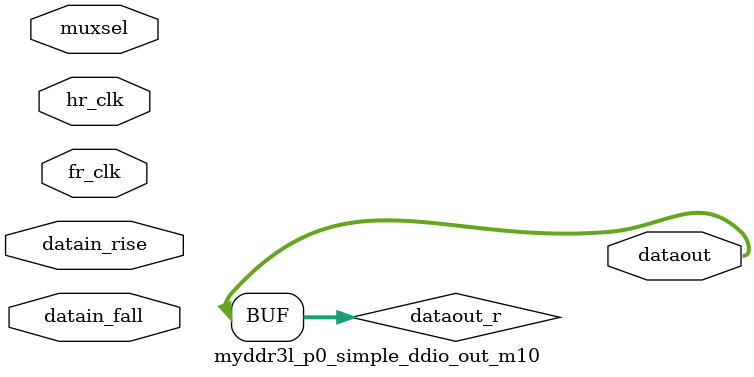
<source format=sv>




`timescale 1 ps / 1 ps

module myddr3l_p0_simple_ddio_out_m10(
	hr_clk,
	fr_clk,
	datain_rise,
        datain_fall,
        muxsel,
	dataout
);

// *****************************************************************
// BEGIN PARAMETER SECTION

parameter DATA_WIDTH = ""; 

// END PARAMETER SECTION
// *****************************************************************

input	hr_clk;
input   fr_clk;
input	[DATA_WIDTH-1:0] datain_rise;
input   [DATA_WIDTH-1:0] datain_fall;
input   muxsel;
output	[DATA_WIDTH-1:0] dataout;

generate
genvar i, j;
	(* altera_attribute = {"-name ALLOW_SYNCH_CTRL_USAGE OFF"}*) reg [DATA_WIDTH-1:0] datain_r /* synthesis dont_merge syn_noprune syn_preserve = 1 */;
	(* altera_attribute = {"-name ALLOW_SYNCH_CTRL_USAGE OFF"}*) reg [DATA_WIDTH-1:0] datain_f /* synthesis dont_merge syn_noprune syn_preserve = 1 */;


        always_ff @ (posedge hr_clk )
	begin
		datain_r <= datain_rise;
	end

        always_ff @ (negedge hr_clk)
        begin
                datain_f <= datain_fall;
        end


	reg [DATA_WIDTH-1:0] dataout_r /* synthesis dont_merge syn_noprune syn_preserve = 1 */;
	for (i=0; i<DATA_WIDTH; i=i+1)
	begin: ddio_group

                always_ff @ (posedge fr_clk)
                begin
                        if (muxsel)
                        begin
			        dataout_r[i] <= datain_f;
                        end else begin
                                dataout_r[i] <= datain_r;
                        end
		end
	end
	
	assign dataout = dataout_r;
	
endgenerate
endmodule

</source>
